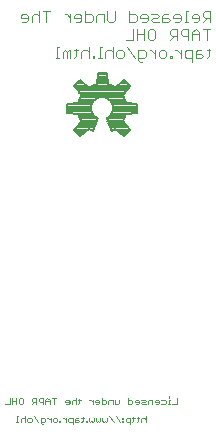
<source format=gbo>
G75*
%MOIN*%
%OFA0B0*%
%FSLAX24Y24*%
%IPPOS*%
%LPD*%
%AMOC8*
5,1,8,0,0,1.08239X$1,22.5*
%
%ADD10C,0.0079*%
%ADD11C,0.0020*%
%ADD12C,0.0030*%
D10*
X008084Y012605D02*
X008381Y012847D01*
X008440Y012814D01*
X008501Y012786D01*
X008670Y013195D01*
X008606Y013229D01*
X008550Y013275D01*
X008505Y013331D01*
X008470Y013395D01*
X008449Y013464D01*
X008442Y013536D01*
X008449Y013608D01*
X008470Y013677D01*
X008505Y013741D01*
X008550Y013797D01*
X008606Y013843D01*
X008670Y013877D01*
X008739Y013898D01*
X008811Y013905D01*
X008883Y013898D01*
X008953Y013877D01*
X009016Y013843D01*
X009072Y013797D01*
X009118Y013741D01*
X009152Y013677D01*
X009173Y013608D01*
X009181Y013536D01*
X009173Y013464D01*
X009152Y013395D01*
X009118Y013331D01*
X009072Y013275D01*
X009016Y013229D01*
X008953Y013195D01*
X009122Y012786D01*
X009183Y012814D01*
X009242Y012847D01*
X009539Y012605D01*
X009742Y012809D01*
X009500Y013106D01*
X009543Y013184D01*
X009578Y013267D01*
X009603Y013353D01*
X009984Y013392D01*
X009984Y013680D01*
X009603Y013718D01*
X009578Y013805D01*
X009543Y013888D01*
X009500Y013966D01*
X009742Y014263D01*
X009539Y014467D01*
X009242Y014224D01*
X009163Y014268D01*
X009080Y014302D01*
X008994Y014327D01*
X008955Y014708D01*
X008667Y014708D01*
X008629Y014327D01*
X008543Y014302D01*
X008460Y014268D01*
X008381Y014224D01*
X008084Y014467D01*
X007881Y014263D01*
X008123Y013966D01*
X008080Y013888D01*
X008045Y013805D01*
X008020Y013718D01*
X007639Y013680D01*
X007639Y013392D01*
X008020Y013353D01*
X008045Y013267D01*
X008080Y013184D01*
X008123Y013106D01*
X007881Y012809D01*
X008084Y012605D01*
X008026Y012663D02*
X008155Y012663D01*
X008250Y012740D02*
X007949Y012740D01*
X007888Y012817D02*
X008345Y012817D01*
X008433Y012817D02*
X008514Y012817D01*
X008546Y012895D02*
X007951Y012895D01*
X008014Y012972D02*
X008578Y012972D01*
X008610Y013049D02*
X008077Y013049D01*
X008111Y013126D02*
X008642Y013126D01*
X008654Y013204D02*
X008071Y013204D01*
X008041Y013281D02*
X008545Y013281D01*
X008490Y013358D02*
X007972Y013358D01*
X007639Y013435D02*
X008458Y013435D01*
X008445Y013513D02*
X007639Y013513D01*
X007639Y013590D02*
X008448Y013590D01*
X008467Y013667D02*
X007639Y013667D01*
X008028Y013744D02*
X008507Y013744D01*
X008581Y013822D02*
X008052Y013822D01*
X008086Y013899D02*
X008749Y013899D01*
X008874Y013899D02*
X009537Y013899D01*
X009508Y013976D02*
X008115Y013976D01*
X008052Y014053D02*
X009571Y014053D01*
X009634Y014131D02*
X007989Y014131D01*
X007926Y014208D02*
X009697Y014208D01*
X009720Y014285D02*
X009316Y014285D01*
X009411Y014362D02*
X009643Y014362D01*
X009566Y014439D02*
X009505Y014439D01*
X009121Y014285D02*
X008501Y014285D01*
X008632Y014362D02*
X008991Y014362D01*
X008983Y014439D02*
X008640Y014439D01*
X008648Y014517D02*
X008975Y014517D01*
X008967Y014594D02*
X008656Y014594D01*
X008664Y014671D02*
X008959Y014671D01*
X008307Y014285D02*
X007903Y014285D01*
X007980Y014362D02*
X008212Y014362D01*
X008117Y014439D02*
X008057Y014439D01*
X009042Y013822D02*
X009571Y013822D01*
X009595Y013744D02*
X009115Y013744D01*
X009155Y013667D02*
X009984Y013667D01*
X009984Y013590D02*
X009175Y013590D01*
X009178Y013513D02*
X009984Y013513D01*
X009984Y013435D02*
X009165Y013435D01*
X009133Y013358D02*
X009651Y013358D01*
X009582Y013281D02*
X009077Y013281D01*
X008969Y013204D02*
X009551Y013204D01*
X009512Y013126D02*
X008981Y013126D01*
X009013Y013049D02*
X009546Y013049D01*
X009609Y012972D02*
X009045Y012972D01*
X009077Y012895D02*
X009672Y012895D01*
X009735Y012817D02*
X009278Y012817D01*
X009189Y012817D02*
X009109Y012817D01*
X009373Y012740D02*
X009674Y012740D01*
X009596Y012663D02*
X009468Y012663D01*
D11*
X006019Y003073D02*
X005945Y003073D01*
X005982Y003073D02*
X005982Y003294D01*
X006019Y003294D01*
X006129Y003220D02*
X006093Y003183D01*
X006093Y003073D01*
X006240Y003073D02*
X006240Y003294D01*
X006203Y003220D02*
X006129Y003220D01*
X006203Y003220D02*
X006240Y003183D01*
X006314Y003183D02*
X006350Y003220D01*
X006424Y003220D01*
X006461Y003183D01*
X006461Y003110D01*
X006424Y003073D01*
X006350Y003073D01*
X006314Y003110D01*
X006314Y003183D01*
X006535Y003294D02*
X006682Y003073D01*
X006756Y003073D02*
X006866Y003073D01*
X006903Y003110D01*
X006903Y003183D01*
X006866Y003220D01*
X006756Y003220D01*
X006756Y003037D01*
X006792Y003000D01*
X006829Y003000D01*
X006977Y003220D02*
X007013Y003220D01*
X007087Y003147D01*
X007087Y003220D02*
X007087Y003073D01*
X007161Y003110D02*
X007198Y003073D01*
X007271Y003073D01*
X007308Y003110D01*
X007308Y003183D01*
X007271Y003220D01*
X007198Y003220D01*
X007161Y003183D01*
X007161Y003110D01*
X007381Y003110D02*
X007381Y003073D01*
X007418Y003073D01*
X007418Y003110D01*
X007381Y003110D01*
X007492Y003220D02*
X007529Y003220D01*
X007602Y003147D01*
X007602Y003220D02*
X007602Y003073D01*
X007677Y003110D02*
X007713Y003073D01*
X007823Y003073D01*
X007823Y003000D02*
X007823Y003220D01*
X007713Y003220D01*
X007677Y003183D01*
X007677Y003110D01*
X007898Y003073D02*
X008008Y003073D01*
X008044Y003110D01*
X008008Y003147D01*
X007898Y003147D01*
X007898Y003183D02*
X007898Y003073D01*
X007898Y003183D02*
X007934Y003220D01*
X008008Y003220D01*
X008118Y003220D02*
X008192Y003220D01*
X008155Y003257D02*
X008155Y003110D01*
X008118Y003073D01*
X008265Y003073D02*
X008302Y003073D01*
X008302Y003110D01*
X008265Y003110D01*
X008265Y003073D01*
X008376Y003110D02*
X008413Y003073D01*
X008450Y003110D01*
X008486Y003073D01*
X008523Y003110D01*
X008523Y003220D01*
X008597Y003220D02*
X008597Y003110D01*
X008634Y003073D01*
X008671Y003110D01*
X008707Y003073D01*
X008744Y003110D01*
X008744Y003220D01*
X008818Y003220D02*
X008818Y003110D01*
X008855Y003073D01*
X008892Y003110D01*
X008928Y003073D01*
X008965Y003110D01*
X008965Y003220D01*
X009039Y003294D02*
X009186Y003073D01*
X009407Y003073D02*
X009260Y003294D01*
X009481Y003220D02*
X009481Y003183D01*
X009518Y003183D01*
X009518Y003220D01*
X009481Y003220D01*
X009481Y003110D02*
X009481Y003073D01*
X009518Y003073D01*
X009518Y003110D01*
X009481Y003110D01*
X009592Y003110D02*
X009628Y003073D01*
X009739Y003073D01*
X009739Y003000D02*
X009739Y003220D01*
X009628Y003220D01*
X009592Y003183D01*
X009592Y003110D01*
X009812Y003073D02*
X009849Y003110D01*
X009849Y003257D01*
X009886Y003220D02*
X009812Y003220D01*
X009960Y003220D02*
X010033Y003220D01*
X009996Y003257D02*
X009996Y003110D01*
X009960Y003073D01*
X010107Y003073D02*
X010107Y003183D01*
X010144Y003220D01*
X010217Y003220D01*
X010254Y003183D01*
X010254Y003073D02*
X010254Y003294D01*
X010261Y003672D02*
X010151Y003672D01*
X010115Y003709D01*
X010151Y003745D01*
X010225Y003745D01*
X010261Y003782D01*
X010225Y003819D01*
X010115Y003819D01*
X010040Y003782D02*
X010004Y003819D01*
X009930Y003819D01*
X009894Y003782D01*
X009894Y003745D01*
X010040Y003745D01*
X010040Y003709D02*
X010040Y003782D01*
X010040Y003709D02*
X010004Y003672D01*
X009930Y003672D01*
X009819Y003709D02*
X009783Y003672D01*
X009673Y003672D01*
X009673Y003892D01*
X009673Y003819D02*
X009783Y003819D01*
X009819Y003782D01*
X009819Y003709D01*
X009377Y003709D02*
X009341Y003672D01*
X009231Y003672D01*
X009231Y003819D01*
X009156Y003819D02*
X009046Y003819D01*
X009010Y003782D01*
X009010Y003672D01*
X008935Y003709D02*
X008935Y003782D01*
X008899Y003819D01*
X008789Y003819D01*
X008789Y003892D02*
X008789Y003672D01*
X008899Y003672D01*
X008935Y003709D01*
X008714Y003709D02*
X008678Y003672D01*
X008604Y003672D01*
X008568Y003745D02*
X008714Y003745D01*
X008714Y003709D02*
X008714Y003782D01*
X008678Y003819D01*
X008604Y003819D01*
X008568Y003782D01*
X008568Y003745D01*
X008493Y003745D02*
X008420Y003819D01*
X008383Y003819D01*
X008493Y003819D02*
X008493Y003672D01*
X008088Y003819D02*
X008015Y003819D01*
X008052Y003855D02*
X008052Y003709D01*
X008015Y003672D01*
X007941Y003672D02*
X007941Y003892D01*
X007904Y003819D02*
X007831Y003819D01*
X007794Y003782D01*
X007794Y003672D01*
X007720Y003709D02*
X007720Y003782D01*
X007683Y003819D01*
X007610Y003819D01*
X007573Y003782D01*
X007573Y003745D01*
X007720Y003745D01*
X007720Y003709D02*
X007683Y003672D01*
X007610Y003672D01*
X007904Y003819D02*
X007941Y003782D01*
X007278Y003892D02*
X007131Y003892D01*
X007205Y003892D02*
X007205Y003672D01*
X007057Y003672D02*
X007057Y003819D01*
X006984Y003892D01*
X006910Y003819D01*
X006910Y003672D01*
X006836Y003672D02*
X006836Y003892D01*
X006726Y003892D01*
X006689Y003855D01*
X006689Y003782D01*
X006726Y003745D01*
X006836Y003745D01*
X006910Y003782D02*
X007057Y003782D01*
X006615Y003745D02*
X006505Y003745D01*
X006468Y003782D01*
X006468Y003855D01*
X006505Y003892D01*
X006615Y003892D01*
X006615Y003672D01*
X006542Y003745D02*
X006468Y003672D01*
X006173Y003709D02*
X006136Y003672D01*
X006063Y003672D01*
X006026Y003709D01*
X006026Y003855D01*
X006063Y003892D01*
X006136Y003892D01*
X006173Y003855D01*
X006173Y003709D01*
X005952Y003672D02*
X005952Y003892D01*
X005952Y003782D02*
X005805Y003782D01*
X005805Y003892D02*
X005805Y003672D01*
X005731Y003672D02*
X005584Y003672D01*
X005731Y003672D02*
X005731Y003892D01*
X008376Y003220D02*
X008376Y003110D01*
X009156Y003672D02*
X009156Y003819D01*
X009377Y003819D02*
X009377Y003709D01*
X010336Y003672D02*
X010336Y003782D01*
X010372Y003819D01*
X010482Y003819D01*
X010482Y003672D01*
X010557Y003745D02*
X010703Y003745D01*
X010703Y003709D02*
X010703Y003782D01*
X010667Y003819D01*
X010593Y003819D01*
X010557Y003782D01*
X010557Y003745D01*
X010593Y003672D02*
X010667Y003672D01*
X010703Y003709D01*
X010778Y003672D02*
X010888Y003672D01*
X010924Y003709D01*
X010924Y003782D01*
X010888Y003819D01*
X010778Y003819D01*
X011035Y003819D02*
X011035Y003672D01*
X011072Y003672D02*
X010998Y003672D01*
X011146Y003672D02*
X011293Y003672D01*
X011293Y003892D01*
X011072Y003819D02*
X011035Y003819D01*
X011035Y003892D02*
X011035Y003929D01*
D12*
X011801Y015093D02*
X011801Y015463D01*
X011616Y015463D01*
X011554Y015401D01*
X011554Y015278D01*
X011616Y015216D01*
X011801Y015216D01*
X011922Y015216D02*
X012107Y015216D01*
X012169Y015278D01*
X012107Y015340D01*
X011922Y015340D01*
X011922Y015401D02*
X011922Y015216D01*
X011922Y015401D02*
X011984Y015463D01*
X012107Y015463D01*
X012291Y015463D02*
X012415Y015463D01*
X012353Y015525D02*
X012353Y015278D01*
X012291Y015216D01*
X011432Y015216D02*
X011432Y015463D01*
X011432Y015340D02*
X011309Y015463D01*
X011247Y015463D01*
X011125Y015278D02*
X011064Y015278D01*
X011064Y015216D01*
X011125Y015216D01*
X011125Y015278D01*
X010941Y015278D02*
X010880Y015216D01*
X010756Y015216D01*
X010694Y015278D01*
X010694Y015401D01*
X010756Y015463D01*
X010880Y015463D01*
X010941Y015401D01*
X010941Y015278D01*
X010573Y015340D02*
X010450Y015463D01*
X010388Y015463D01*
X010266Y015401D02*
X010204Y015463D01*
X010019Y015463D01*
X010019Y015154D01*
X010081Y015093D01*
X010143Y015093D01*
X010204Y015216D02*
X010019Y015216D01*
X009898Y015216D02*
X009651Y015586D01*
X009468Y015463D02*
X009529Y015401D01*
X009529Y015278D01*
X009468Y015216D01*
X009344Y015216D01*
X009283Y015278D01*
X009283Y015401D01*
X009344Y015463D01*
X009468Y015463D01*
X009161Y015401D02*
X009099Y015463D01*
X008976Y015463D01*
X008914Y015401D01*
X008914Y015216D01*
X008793Y015216D02*
X008669Y015216D01*
X008731Y015216D02*
X008731Y015586D01*
X008793Y015586D01*
X009161Y015586D02*
X009161Y015216D01*
X008547Y015216D02*
X008547Y015278D01*
X008486Y015278D01*
X008486Y015216D01*
X008547Y015216D01*
X008363Y015216D02*
X008363Y015586D01*
X008301Y015463D02*
X008178Y015463D01*
X008116Y015401D01*
X008116Y015216D01*
X007933Y015278D02*
X007871Y015216D01*
X007933Y015278D02*
X007933Y015525D01*
X007995Y015463D02*
X007871Y015463D01*
X007749Y015463D02*
X007687Y015463D01*
X007626Y015401D01*
X007564Y015463D01*
X007502Y015401D01*
X007502Y015216D01*
X007381Y015216D02*
X007257Y015216D01*
X007319Y015216D02*
X007319Y015586D01*
X007381Y015586D01*
X007626Y015401D02*
X007626Y015216D01*
X007749Y015216D02*
X007749Y015463D01*
X008301Y015463D02*
X008363Y015401D01*
X009589Y015816D02*
X009836Y015816D01*
X009836Y016186D01*
X009958Y016186D02*
X009958Y015816D01*
X009958Y016001D02*
X010205Y016001D01*
X010326Y015878D02*
X010326Y016125D01*
X010388Y016186D01*
X010511Y016186D01*
X010573Y016125D01*
X010573Y015878D01*
X010511Y015816D01*
X010388Y015816D01*
X010326Y015878D01*
X010205Y015816D02*
X010205Y016186D01*
X010266Y016416D02*
X010327Y016478D01*
X010327Y016601D01*
X010266Y016663D01*
X010142Y016663D01*
X010081Y016601D01*
X010081Y016540D01*
X010327Y016540D01*
X010449Y016478D02*
X010511Y016540D01*
X010634Y016540D01*
X010696Y016601D01*
X010634Y016663D01*
X010449Y016663D01*
X010449Y016478D02*
X010511Y016416D01*
X010696Y016416D01*
X010817Y016416D02*
X011002Y016416D01*
X011064Y016478D01*
X011002Y016540D01*
X010817Y016540D01*
X010817Y016601D02*
X010817Y016416D01*
X010817Y016601D02*
X010879Y016663D01*
X011002Y016663D01*
X011185Y016601D02*
X011247Y016663D01*
X011371Y016663D01*
X011432Y016601D01*
X011432Y016478D01*
X011371Y016416D01*
X011247Y016416D01*
X011185Y016540D02*
X011432Y016540D01*
X011554Y016416D02*
X011678Y016416D01*
X011616Y016416D02*
X011616Y016786D01*
X011678Y016786D01*
X011861Y016663D02*
X011799Y016601D01*
X011799Y016540D01*
X012046Y016540D01*
X012046Y016601D02*
X011984Y016663D01*
X011861Y016663D01*
X012046Y016601D02*
X012046Y016478D01*
X011984Y016416D01*
X011861Y016416D01*
X011923Y016186D02*
X011799Y016063D01*
X011799Y015816D01*
X011678Y015816D02*
X011678Y016186D01*
X011493Y016186D01*
X011431Y016125D01*
X011431Y016001D01*
X011493Y015940D01*
X011678Y015940D01*
X011799Y016001D02*
X012046Y016001D01*
X012046Y016063D02*
X012046Y015816D01*
X012291Y015816D02*
X012291Y016186D01*
X012168Y016186D02*
X012415Y016186D01*
X012415Y016416D02*
X012415Y016786D01*
X012229Y016786D01*
X012168Y016725D01*
X012168Y016601D01*
X012229Y016540D01*
X012415Y016540D01*
X012291Y016540D02*
X012168Y016416D01*
X011923Y016186D02*
X012046Y016063D01*
X011310Y015940D02*
X011124Y015940D01*
X011063Y016001D01*
X011063Y016125D01*
X011124Y016186D01*
X011310Y016186D01*
X011310Y015816D01*
X011186Y015940D02*
X011063Y015816D01*
X010573Y015463D02*
X010573Y015216D01*
X010266Y015278D02*
X010204Y015216D01*
X010266Y015278D02*
X010266Y015401D01*
X010266Y016416D02*
X010142Y016416D01*
X009959Y016478D02*
X009959Y016601D01*
X009897Y016663D01*
X009712Y016663D01*
X009712Y016786D02*
X009712Y016416D01*
X009897Y016416D01*
X009959Y016478D01*
X009222Y016478D02*
X009161Y016416D01*
X009037Y016416D01*
X008976Y016478D01*
X008976Y016786D01*
X008854Y016663D02*
X008669Y016663D01*
X008607Y016601D01*
X008607Y016416D01*
X008486Y016478D02*
X008486Y016601D01*
X008424Y016663D01*
X008239Y016663D01*
X008239Y016786D02*
X008239Y016416D01*
X008424Y016416D01*
X008486Y016478D01*
X008118Y016478D02*
X008118Y016601D01*
X008056Y016663D01*
X007932Y016663D01*
X007871Y016601D01*
X007871Y016540D01*
X008118Y016540D01*
X008118Y016478D02*
X008056Y016416D01*
X007932Y016416D01*
X007749Y016416D02*
X007749Y016663D01*
X007749Y016540D02*
X007626Y016663D01*
X007564Y016663D01*
X007074Y016786D02*
X006827Y016786D01*
X006706Y016786D02*
X006706Y016416D01*
X006706Y016601D02*
X006644Y016663D01*
X006520Y016663D01*
X006459Y016601D01*
X006459Y016416D01*
X006337Y016478D02*
X006276Y016416D01*
X006152Y016416D01*
X006090Y016540D02*
X006337Y016540D01*
X006337Y016601D02*
X006276Y016663D01*
X006152Y016663D01*
X006090Y016601D01*
X006090Y016540D01*
X006337Y016478D02*
X006337Y016601D01*
X006951Y016416D02*
X006951Y016786D01*
X008854Y016663D02*
X008854Y016416D01*
X009222Y016478D02*
X009222Y016786D01*
X011185Y016601D02*
X011185Y016540D01*
M02*

</source>
